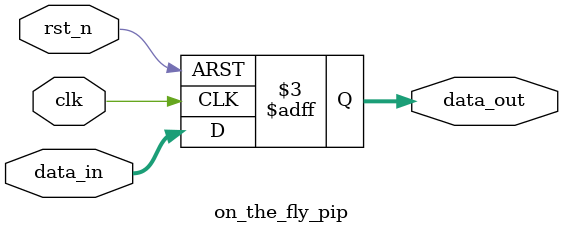
<source format=v>
 `timescale 1 ns/1 ps     

 module on_the_fly_pip(
    data_in,
    rst_n,
    clk,

    data_out
 );
    parameter P_WIDTH = 64;

    input [P_WIDTH-1:0] data_in;
    input rst_n;
    input clk;

    output reg [P_WIDTH-1:0] data_out;


    always @(posedge clk or negedge rst_n) begin
        if (~rst_n) begin
            data_out <= 64'd0;
        end else begin
            data_out <= data_in;
        end
    end

endmodule
</source>
